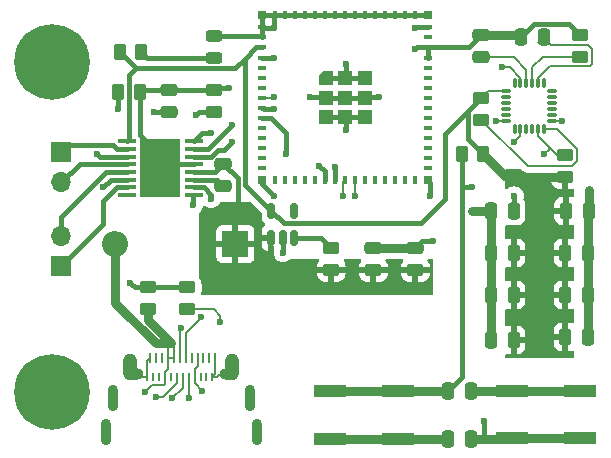
<source format=gbr>
%TF.GenerationSoftware,KiCad,Pcbnew,8.0.3*%
%TF.CreationDate,2024-07-09T21:28:30-04:00*%
%TF.ProjectId,PCB,5043422e-6b69-4636-9164-5f7063625858,rev?*%
%TF.SameCoordinates,Original*%
%TF.FileFunction,Copper,L1,Top*%
%TF.FilePolarity,Positive*%
%FSLAX46Y46*%
G04 Gerber Fmt 4.6, Leading zero omitted, Abs format (unit mm)*
G04 Created by KiCad (PCBNEW 8.0.3) date 2024-07-09 21:28:30*
%MOMM*%
%LPD*%
G01*
G04 APERTURE LIST*
G04 Aperture macros list*
%AMRoundRect*
0 Rectangle with rounded corners*
0 $1 Rounding radius*
0 $2 $3 $4 $5 $6 $7 $8 $9 X,Y pos of 4 corners*
0 Add a 4 corners polygon primitive as box body*
4,1,4,$2,$3,$4,$5,$6,$7,$8,$9,$2,$3,0*
0 Add four circle primitives for the rounded corners*
1,1,$1+$1,$2,$3*
1,1,$1+$1,$4,$5*
1,1,$1+$1,$6,$7*
1,1,$1+$1,$8,$9*
0 Add four rect primitives between the rounded corners*
20,1,$1+$1,$2,$3,$4,$5,0*
20,1,$1+$1,$4,$5,$6,$7,0*
20,1,$1+$1,$6,$7,$8,$9,0*
20,1,$1+$1,$8,$9,$2,$3,0*%
%AMOutline5P*
0 Free polygon, 5 corners , with rotation*
0 The origin of the aperture is its center*
0 number of corners: always 5*
0 $1 to $10 corner X, Y*
0 $11 Rotation angle, in degrees counterclockwise*
0 create outline with 5 corners*
4,1,5,$1,$2,$3,$4,$5,$6,$7,$8,$9,$10,$1,$2,$11*%
%AMOutline6P*
0 Free polygon, 6 corners , with rotation*
0 The origin of the aperture is its center*
0 number of corners: always 6*
0 $1 to $12 corner X, Y*
0 $13 Rotation angle, in degrees counterclockwise*
0 create outline with 6 corners*
4,1,6,$1,$2,$3,$4,$5,$6,$7,$8,$9,$10,$11,$12,$1,$2,$13*%
%AMOutline7P*
0 Free polygon, 7 corners , with rotation*
0 The origin of the aperture is its center*
0 number of corners: always 7*
0 $1 to $14 corner X, Y*
0 $15 Rotation angle, in degrees counterclockwise*
0 create outline with 7 corners*
4,1,7,$1,$2,$3,$4,$5,$6,$7,$8,$9,$10,$11,$12,$13,$14,$1,$2,$15*%
%AMOutline8P*
0 Free polygon, 8 corners , with rotation*
0 The origin of the aperture is its center*
0 number of corners: always 8*
0 $1 to $16 corner X, Y*
0 $17 Rotation angle, in degrees counterclockwise*
0 create outline with 8 corners*
4,1,8,$1,$2,$3,$4,$5,$6,$7,$8,$9,$10,$11,$12,$13,$14,$15,$16,$1,$2,$17*%
G04 Aperture macros list end*
%TA.AperFunction,ComponentPad*%
%ADD10O,1.610000X0.970000*%
%TD*%
%TA.AperFunction,ComponentPad*%
%ADD11O,1.200000X2.300000*%
%TD*%
%TA.AperFunction,SMDPad,CuDef*%
%ADD12R,0.270000X0.900000*%
%TD*%
%TA.AperFunction,SMDPad,CuDef*%
%ADD13R,0.270000X0.800000*%
%TD*%
%TA.AperFunction,ComponentPad*%
%ADD14O,0.850000X2.250000*%
%TD*%
%TA.AperFunction,ComponentPad*%
%ADD15C,6.400000*%
%TD*%
%TA.AperFunction,SMDPad,CuDef*%
%ADD16R,0.800000X0.400000*%
%TD*%
%TA.AperFunction,SMDPad,CuDef*%
%ADD17R,0.400000X0.800000*%
%TD*%
%TA.AperFunction,SMDPad,CuDef*%
%ADD18Outline5P,-0.600000X0.204000X-0.204000X0.600000X0.600000X0.600000X0.600000X-0.600000X-0.600000X-0.600000X0.000000*%
%TD*%
%TA.AperFunction,SMDPad,CuDef*%
%ADD19R,1.200000X1.200000*%
%TD*%
%TA.AperFunction,SMDPad,CuDef*%
%ADD20R,0.800000X0.800000*%
%TD*%
%TA.AperFunction,SMDPad,CuDef*%
%ADD21RoundRect,0.100000X-0.687500X-0.100000X0.687500X-0.100000X0.687500X0.100000X-0.687500X0.100000X0*%
%TD*%
%TA.AperFunction,HeatsinkPad*%
%ADD22C,0.600000*%
%TD*%
%TA.AperFunction,HeatsinkPad*%
%ADD23R,3.400000X5.000000*%
%TD*%
%TA.AperFunction,SMDPad,CuDef*%
%ADD24RoundRect,0.250000X-0.262500X-0.450000X0.262500X-0.450000X0.262500X0.450000X-0.262500X0.450000X0*%
%TD*%
%TA.AperFunction,SMDPad,CuDef*%
%ADD25RoundRect,0.075000X0.350000X0.075000X-0.350000X0.075000X-0.350000X-0.075000X0.350000X-0.075000X0*%
%TD*%
%TA.AperFunction,SMDPad,CuDef*%
%ADD26RoundRect,0.075000X-0.075000X0.350000X-0.075000X-0.350000X0.075000X-0.350000X0.075000X0.350000X0*%
%TD*%
%TA.AperFunction,SMDPad,CuDef*%
%ADD27RoundRect,0.243750X-0.456250X0.243750X-0.456250X-0.243750X0.456250X-0.243750X0.456250X0.243750X0*%
%TD*%
%TA.AperFunction,SMDPad,CuDef*%
%ADD28RoundRect,0.250000X0.450000X-0.262500X0.450000X0.262500X-0.450000X0.262500X-0.450000X-0.262500X0*%
%TD*%
%TA.AperFunction,SMDPad,CuDef*%
%ADD29RoundRect,0.250000X0.250000X0.475000X-0.250000X0.475000X-0.250000X-0.475000X0.250000X-0.475000X0*%
%TD*%
%TA.AperFunction,SMDPad,CuDef*%
%ADD30RoundRect,0.250000X0.475000X-0.250000X0.475000X0.250000X-0.475000X0.250000X-0.475000X-0.250000X0*%
%TD*%
%TA.AperFunction,SMDPad,CuDef*%
%ADD31RoundRect,0.250000X-0.250000X-0.475000X0.250000X-0.475000X0.250000X0.475000X-0.250000X0.475000X0*%
%TD*%
%TA.AperFunction,ComponentPad*%
%ADD32O,1.700000X1.700000*%
%TD*%
%TA.AperFunction,ComponentPad*%
%ADD33R,1.700000X1.700000*%
%TD*%
%TA.AperFunction,SMDPad,CuDef*%
%ADD34RoundRect,0.250000X-0.450000X0.262500X-0.450000X-0.262500X0.450000X-0.262500X0.450000X0.262500X0*%
%TD*%
%TA.AperFunction,SMDPad,CuDef*%
%ADD35RoundRect,0.150000X0.150000X-0.512500X0.150000X0.512500X-0.150000X0.512500X-0.150000X-0.512500X0*%
%TD*%
%TA.AperFunction,ComponentPad*%
%ADD36R,2.200000X2.200000*%
%TD*%
%TA.AperFunction,ComponentPad*%
%ADD37O,2.200000X2.200000*%
%TD*%
%TA.AperFunction,SMDPad,CuDef*%
%ADD38R,2.750000X1.000000*%
%TD*%
%TA.AperFunction,SMDPad,CuDef*%
%ADD39RoundRect,0.250000X-0.475000X0.250000X-0.475000X-0.250000X0.475000X-0.250000X0.475000X0.250000X0*%
%TD*%
%TA.AperFunction,SMDPad,CuDef*%
%ADD40RoundRect,0.250000X0.262500X0.450000X-0.262500X0.450000X-0.262500X-0.450000X0.262500X-0.450000X0*%
%TD*%
%TA.AperFunction,ViaPad*%
%ADD41C,0.600000*%
%TD*%
%TA.AperFunction,Conductor*%
%ADD42C,0.762000*%
%TD*%
%TA.AperFunction,Conductor*%
%ADD43C,0.184150*%
%TD*%
%TA.AperFunction,Conductor*%
%ADD44C,0.381000*%
%TD*%
G04 APERTURE END LIST*
D10*
%TO.P,J3,S1,SHIELD*%
%TO.N,GND*%
X61399000Y-77472000D03*
D11*
X61724000Y-76807000D03*
D10*
X53409000Y-77472000D03*
D11*
X53084000Y-76807000D03*
D12*
%TO.P,J3,A1,GND*%
X54779000Y-76107000D03*
%TO.P,J3,A2,TX1+*%
%TO.N,TX1+*%
X55279000Y-76107000D03*
%TO.P,J3,A3,TX1-*%
%TO.N,TX1-*%
X55779000Y-76107000D03*
%TO.P,J3,A4,VBUS*%
%TO.N,Net-(D1-A)*%
X56279000Y-76107000D03*
%TO.P,J3,A5,CC1*%
X56779000Y-76107000D03*
%TO.P,J3,A6,D+*%
%TO.N,D+*%
X57279000Y-76107000D03*
%TO.P,J3,A7,D-*%
%TO.N,D-*%
X57779000Y-76107000D03*
%TO.P,J3,A8,SBU1*%
%TO.N,SBU1*%
X58279000Y-76107000D03*
%TO.P,J3,A9,VBUS*%
%TO.N,Net-(D1-A)*%
X58779000Y-76107000D03*
%TO.P,J3,A10,RX2-*%
%TO.N,RX2-*%
X59279000Y-76107000D03*
%TO.P,J3,A11,RX2+*%
%TO.N,RX2+*%
X59779000Y-76107000D03*
%TO.P,J3,A12,GND*%
%TO.N,GND*%
X60279000Y-76107000D03*
D13*
%TO.P,J3,B1,GND*%
X60029000Y-77707000D03*
%TO.P,J3,B2,TX2+*%
%TO.N,TX2+*%
X59529000Y-77707000D03*
%TO.P,J3,B3,TX2-*%
%TO.N,TX2-*%
X59029000Y-77707000D03*
%TO.P,J3,B4,VBUS*%
%TO.N,Net-(D1-A)*%
X58529000Y-77707000D03*
%TO.P,J3,B5,CC2*%
%TO.N,Net-(J3-CC2)*%
X58029000Y-77707000D03*
%TO.P,J3,B6,D+*%
%TO.N,D+*%
X57529000Y-77707000D03*
%TO.P,J3,B7,D-*%
%TO.N,D-*%
X57029000Y-77707000D03*
%TO.P,J3,B8,SBU2*%
%TO.N,SBU2*%
X56529000Y-77707000D03*
%TO.P,J3,B9,VBUS*%
%TO.N,Net-(D1-A)*%
X56029000Y-77707000D03*
%TO.P,J3,B10,RX1-*%
%TO.N,RX1-*%
X55529000Y-77707000D03*
%TO.P,J3,B11,RX1+*%
%TO.N,RX1+*%
X55029000Y-77707000D03*
%TO.P,J3,B12,GND*%
%TO.N,GND*%
X54529000Y-77707000D03*
D14*
%TO.P,J3,S1,SHIELD*%
X50984000Y-82347000D03*
X51584000Y-79447000D03*
X63224000Y-79447000D03*
X63824000Y-82347000D03*
%TD*%
D15*
%TO.P,REF\u002A\u002A,1*%
%TO.N,GND*%
X46482000Y-51054000D03*
%TD*%
%TO.P,GND,1*%
%TO.N,GND*%
X46482000Y-78994000D03*
%TD*%
D16*
%TO.P,U3,1,GND*%
%TO.N,GND*%
X64262000Y-48093000D03*
%TO.P,U3,2,GND*%
X64262000Y-48943000D03*
%TO.P,U3,3,3V3*%
%TO.N,+3.3V*%
X64262000Y-49793000D03*
%TO.P,U3,4,IO0*%
%TO.N,BOOT0*%
X64262000Y-50643000D03*
%TO.P,U3,5,IO1*%
%TO.N,IO1*%
X64262000Y-51493000D03*
%TO.P,U3,6,IO2*%
%TO.N,IO2*%
X64262000Y-52343000D03*
%TO.P,U3,7,IO3*%
%TO.N,IO3*%
X64262000Y-53193000D03*
%TO.P,U3,8,IO4*%
%TO.N,SCL*%
X64262000Y-54043000D03*
%TO.P,U3,9,IO5*%
%TO.N,AIN2*%
X64262000Y-54893000D03*
%TO.P,U3,10,IO6*%
%TO.N,BIN2*%
X64262000Y-55743000D03*
%TO.P,U3,11,IO7*%
%TO.N,IO7*%
X64262000Y-56593000D03*
%TO.P,U3,12,IO8*%
%TO.N,IO8*%
X64262000Y-57443000D03*
%TO.P,U3,13,IO9*%
%TO.N,IO9*%
X64262000Y-58293000D03*
%TO.P,U3,14,IO10*%
%TO.N,IO10*%
X64262000Y-59143000D03*
%TO.P,U3,15,IO11*%
%TO.N,IO11*%
X64262000Y-59993000D03*
D17*
%TO.P,U3,16,IO12*%
%TO.N,IO12*%
X65312000Y-61043000D03*
%TO.P,U3,17,IO13*%
%TO.N,IO13*%
X66162000Y-61043000D03*
%TO.P,U3,18,IO14*%
%TO.N,IO14*%
X67012000Y-61043000D03*
%TO.P,U3,19,IO15*%
%TO.N,IO15*%
X67862000Y-61043000D03*
%TO.P,U3,20,IO16*%
%TO.N,IO16*%
X68712000Y-61043000D03*
%TO.P,U3,21,IO17*%
%TO.N,BIN1*%
X69562000Y-61043000D03*
%TO.P,U3,22,IO18*%
%TO.N,AIN1*%
X70412000Y-61043000D03*
%TO.P,U3,23,IO19*%
%TO.N,D-*%
X71262000Y-61043000D03*
%TO.P,U3,24,IO20*%
%TO.N,D+*%
X72112000Y-61043000D03*
%TO.P,U3,25,IO21*%
%TO.N,IO21*%
X72962000Y-61043000D03*
%TO.P,U3,26,IO26*%
%TO.N,IO26*%
X73812000Y-61043000D03*
%TO.P,U3,27,IO47*%
%TO.N,IO47*%
X74662000Y-61043000D03*
%TO.P,U3,28,IO33*%
%TO.N,IO33*%
X75512000Y-61043000D03*
%TO.P,U3,29,IO34*%
%TO.N,IO34*%
X76362000Y-61043000D03*
%TO.P,U3,30,IO48*%
%TO.N,IO48*%
X77212000Y-61043000D03*
D16*
%TO.P,U3,31,IO35*%
%TO.N,IO35*%
X78262000Y-59993000D03*
%TO.P,U3,32,IO36*%
%TO.N,IO36*%
X78262000Y-59143000D03*
%TO.P,U3,33,IO37*%
%TO.N,IO37*%
X78262000Y-58293000D03*
%TO.P,U3,34,IO38*%
%TO.N,IO38*%
X78262000Y-57443000D03*
%TO.P,U3,35,IO39*%
%TO.N,IO39*%
X78262000Y-56593000D03*
%TO.P,U3,36,IO40*%
%TO.N,IO40*%
X78262000Y-55743000D03*
%TO.P,U3,37,IO41*%
%TO.N,IO41*%
X78262000Y-54893000D03*
%TO.P,U3,38,IO42*%
%TO.N,IO42*%
X78262000Y-54043000D03*
%TO.P,U3,39,TXD0*%
%TO.N,TXD0*%
X78262000Y-53193000D03*
%TO.P,U3,40,RXD0*%
%TO.N,RXD0*%
X78262000Y-52343000D03*
%TO.P,U3,41,IO45*%
%TO.N,IO45*%
X78262000Y-51493000D03*
%TO.P,U3,42,GND*%
%TO.N,GND*%
X78262000Y-50643000D03*
%TO.P,U3,43,GND*%
X78262000Y-49793000D03*
%TO.P,U3,44,IO46*%
%TO.N,IO46*%
X78262000Y-48943000D03*
%TO.P,U3,45,EN*%
%TO.N,RESET*%
X78262000Y-48093000D03*
D17*
%TO.P,U3,46,GND*%
%TO.N,GND*%
X77212000Y-47043000D03*
%TO.P,U3,47,GND*%
X76362000Y-47043000D03*
%TO.P,U3,48,GND*%
X75512000Y-47043000D03*
%TO.P,U3,49,GND*%
X74662000Y-47043000D03*
%TO.P,U3,50,GND*%
X73812000Y-47043000D03*
%TO.P,U3,51,GND*%
X72962000Y-47043000D03*
%TO.P,U3,52,GND*%
X72112000Y-47043000D03*
%TO.P,U3,53,GND*%
X71262000Y-47043000D03*
%TO.P,U3,54,GND*%
X70412000Y-47043000D03*
%TO.P,U3,55,GND*%
X69562000Y-47043000D03*
%TO.P,U3,56,GND*%
X68712000Y-47043000D03*
%TO.P,U3,57,GND*%
X67862000Y-47043000D03*
%TO.P,U3,58,GND*%
X67012000Y-47043000D03*
%TO.P,U3,59,GND*%
X66162000Y-47043000D03*
%TO.P,U3,60,GND*%
X65312000Y-47043000D03*
D18*
%TO.P,U3,61,GND*%
X69612000Y-52393000D03*
D19*
X69612000Y-54043000D03*
X69612000Y-55693000D03*
X71262000Y-52393000D03*
X71262000Y-54043000D03*
X71262000Y-55693000D03*
X72912000Y-52393000D03*
X72912000Y-54043000D03*
X72912000Y-55693000D03*
D20*
%TO.P,U3,62,GND*%
X64262000Y-47043000D03*
%TO.P,U3,63,GND*%
X64262000Y-61043000D03*
%TO.P,U3,64,GND*%
X78262000Y-61043000D03*
%TO.P,U3,65,GND*%
X78262000Y-47043000D03*
%TD*%
D21*
%TO.P,U2,1,~{SLEEP}*%
%TO.N,+3.3V*%
X52763500Y-57724000D03*
%TO.P,U2,2,AOUT1*%
%TO.N,Net-(J1-Pin_1)*%
X52763500Y-58374000D03*
%TO.P,U2,3,AISEN*%
%TO.N,Net-(U2-AISEN)*%
X52763500Y-59024000D03*
%TO.P,U2,4,AOUT2*%
%TO.N,Net-(J1-Pin_2)*%
X52763500Y-59674000D03*
%TO.P,U2,5,BOUT2*%
%TO.N,Net-(J2-Pin_2)*%
X52763500Y-60324000D03*
%TO.P,U2,6,BISEN*%
%TO.N,Net-(U2-BISEN)*%
X52763500Y-60974000D03*
%TO.P,U2,7,BOUT1*%
%TO.N,Net-(J2-Pin_1)*%
X52763500Y-61624000D03*
%TO.P,U2,8,~{FAULT}*%
%TO.N,FAULT*%
X52763500Y-62274000D03*
%TO.P,U2,9,BIN1*%
%TO.N,BIN1*%
X58488500Y-62274000D03*
%TO.P,U2,10,BIN2*%
%TO.N,BIN2*%
X58488500Y-61624000D03*
%TO.P,U2,11,VCP*%
%TO.N,Net-(U2-VCP)*%
X58488500Y-60974000D03*
%TO.P,U2,12,VM*%
%TO.N,+5V*%
X58488500Y-60324000D03*
%TO.P,U2,13,GND*%
%TO.N,GND*%
X58488500Y-59674000D03*
%TO.P,U2,14,VINT*%
%TO.N,Net-(U2-VINT)*%
X58488500Y-59024000D03*
%TO.P,U2,15,AIN2*%
%TO.N,AIN2*%
X58488500Y-58374000D03*
%TO.P,U2,16,AIN1*%
%TO.N,AIN1*%
X58488500Y-57724000D03*
D22*
%TO.P,U2,17,GND*%
%TO.N,GND*%
X54876000Y-58499000D03*
X54876000Y-59999000D03*
X54876000Y-61499000D03*
D23*
X55626000Y-59999000D03*
D22*
X56376000Y-58499000D03*
X56376000Y-59999000D03*
X56376000Y-61499000D03*
%TD*%
D24*
%TO.P,R10,1*%
%TO.N,+3.3V*%
X52173500Y-50165000D03*
%TO.P,R10,2*%
%TO.N,Net-(D2-A)*%
X53998500Y-50165000D03*
%TD*%
D25*
%TO.P,U1,1,CLKIN*%
%TO.N,GND*%
X88818000Y-55987000D03*
%TO.P,U1,2,NC*%
%TO.N,unconnected-(U1-NC-Pad2)*%
X88818000Y-55487000D03*
%TO.P,U1,3,NC*%
%TO.N,unconnected-(U1-NC-Pad3)*%
X88818000Y-54987000D03*
%TO.P,U1,4,NC*%
%TO.N,unconnected-(U1-NC-Pad4)*%
X88818000Y-54487000D03*
%TO.P,U1,5,NC*%
%TO.N,unconnected-(U1-NC-Pad5)*%
X88818000Y-53987000D03*
%TO.P,U1,6,AUX_DA*%
%TO.N,XDA*%
X88818000Y-53487000D03*
D26*
%TO.P,U1,7,AUX_CL*%
%TO.N,XCL*%
X88118000Y-52787000D03*
%TO.P,U1,8,VLOGIC*%
%TO.N,Net-(U1-VLOGIC)*%
X87618000Y-52787000D03*
%TO.P,U1,9,AD0*%
%TO.N,Net-(U1-AD0)*%
X87118000Y-52787000D03*
%TO.P,U1,10,REGOUT*%
%TO.N,Net-(U1-REGOUT)*%
X86618000Y-52787000D03*
%TO.P,U1,11,FSYNC*%
%TO.N,GND*%
X86118000Y-52787000D03*
%TO.P,U1,12,INT*%
%TO.N,INT*%
X85618000Y-52787000D03*
D25*
%TO.P,U1,13,VDD*%
%TO.N,+3.3V*%
X84918000Y-53487000D03*
%TO.P,U1,14,NC*%
%TO.N,unconnected-(U1-NC-Pad14)*%
X84918000Y-53987000D03*
%TO.P,U1,15,NC*%
%TO.N,unconnected-(U1-NC-Pad15)*%
X84918000Y-54487000D03*
%TO.P,U1,16,NC*%
%TO.N,unconnected-(U1-NC-Pad16)*%
X84918000Y-54987000D03*
%TO.P,U1,17,NC*%
%TO.N,unconnected-(U1-NC-Pad17)*%
X84918000Y-55487000D03*
%TO.P,U1,18,GND*%
%TO.N,GND*%
X84918000Y-55987000D03*
D26*
%TO.P,U1,19,RESV*%
%TO.N,unconnected-(U1-RESV-Pad19)*%
X85618000Y-56687000D03*
%TO.P,U1,20,CPOUT*%
%TO.N,Net-(U1-CPOUT)*%
X86118000Y-56687000D03*
%TO.P,U1,21,RESV*%
%TO.N,unconnected-(U1-RESV-Pad21)*%
X86618000Y-56687000D03*
%TO.P,U1,22,RESV*%
%TO.N,unconnected-(U1-RESV-Pad22)*%
X87118000Y-56687000D03*
%TO.P,U1,23,SCL*%
%TO.N,SCL*%
X87618000Y-56687000D03*
%TO.P,U1,24,SDA*%
%TO.N,SDA*%
X88118000Y-56687000D03*
%TD*%
D27*
%TO.P,D2,1,K*%
%TO.N,GND*%
X60198000Y-48798000D03*
%TO.P,D2,2,A*%
%TO.N,Net-(D2-A)*%
X60198000Y-50673000D03*
%TD*%
D28*
%TO.P,R8,1*%
%TO.N,Net-(D1-A)*%
X54610000Y-71937500D03*
%TO.P,R8,2*%
%TO.N,GND*%
X54610000Y-70112500D03*
%TD*%
%TO.P,R7,1*%
%TO.N,Net-(J3-CC2)*%
X57912000Y-71937500D03*
%TO.P,R7,2*%
%TO.N,GND*%
X57912000Y-70112500D03*
%TD*%
D29*
%TO.P,C10,1*%
%TO.N,+3.3V*%
X85532000Y-74549000D03*
%TO.P,C10,2*%
%TO.N,GND*%
X83632000Y-74549000D03*
%TD*%
D30*
%TO.P,C2,1*%
%TO.N,Net-(U1-REGOUT)*%
X82804000Y-50607000D03*
%TO.P,C2,2*%
%TO.N,GND*%
X82804000Y-48707000D03*
%TD*%
D31*
%TO.P,C4,1*%
%TO.N,+3.3V*%
X89916000Y-74295000D03*
%TO.P,C4,2*%
%TO.N,GND*%
X91816000Y-74295000D03*
%TD*%
D28*
%TO.P,R3,1*%
%TO.N,Net-(U1-AD0)*%
X91186000Y-50569500D03*
%TO.P,R3,2*%
%TO.N,GND*%
X91186000Y-48744500D03*
%TD*%
D30*
%TO.P,C8,1*%
%TO.N,+5V*%
X73660000Y-68641000D03*
%TO.P,C8,2*%
%TO.N,GND*%
X73660000Y-66741000D03*
%TD*%
D31*
%TO.P,C13,1*%
%TO.N,+3.3V*%
X89982000Y-63627000D03*
%TO.P,C13,2*%
%TO.N,GND*%
X91882000Y-63627000D03*
%TD*%
D30*
%TO.P,C9,2*%
%TO.N,GND*%
X77216000Y-66741000D03*
%TO.P,C9,1*%
%TO.N,+5V*%
X77216000Y-68641000D03*
%TD*%
D31*
%TO.P,C14,1*%
%TO.N,+3.3V*%
X89916000Y-67183000D03*
%TO.P,C14,2*%
%TO.N,GND*%
X91816000Y-67183000D03*
%TD*%
D32*
%TO.P,J2,2,Pin_2*%
%TO.N,Net-(J2-Pin_2)*%
X47244000Y-65774000D03*
D33*
%TO.P,J2,1,Pin_1*%
%TO.N,Net-(J2-Pin_1)*%
X47244000Y-68314000D03*
%TD*%
D28*
%TO.P,R1,1*%
%TO.N,+3.3V*%
X89916000Y-60729500D03*
%TO.P,R1,2*%
%TO.N,SCL*%
X89916000Y-58904500D03*
%TD*%
D32*
%TO.P,J1,2,Pin_2*%
%TO.N,Net-(J1-Pin_2)*%
X47244000Y-61217000D03*
D33*
%TO.P,J1,1,Pin_1*%
%TO.N,Net-(J1-Pin_1)*%
X47244000Y-58677000D03*
%TD*%
D29*
%TO.P,C1,1*%
%TO.N,Net-(U1-VLOGIC)*%
X88072000Y-48895000D03*
%TO.P,C1,2*%
%TO.N,GND*%
X86172000Y-48895000D03*
%TD*%
%TO.P,C16,1*%
%TO.N,BOOT0*%
X81890000Y-82899000D03*
%TO.P,C16,2*%
%TO.N,GND*%
X79990000Y-82899000D03*
%TD*%
D34*
%TO.P,R2,1*%
%TO.N,+3.3V*%
X82804000Y-54078500D03*
%TO.P,R2,2*%
%TO.N,SDA*%
X82804000Y-55903500D03*
%TD*%
D35*
%TO.P,U4,1,VIN*%
%TO.N,+5V*%
X65024000Y-65913000D03*
%TO.P,U4,2,GND*%
%TO.N,GND*%
X65974000Y-65913000D03*
%TO.P,U4,3,EN*%
%TO.N,Net-(U4-EN)*%
X66924000Y-65913000D03*
%TO.P,U4,4,NC*%
%TO.N,unconnected-(U4-NC-Pad4)*%
X66924000Y-63638000D03*
%TO.P,U4,5,VOUT*%
%TO.N,+3.3V*%
X65024000Y-63638000D03*
%TD*%
D31*
%TO.P,C7,1*%
%TO.N,RESET*%
X79990000Y-78835000D03*
%TO.P,C7,2*%
%TO.N,GND*%
X81890000Y-78835000D03*
%TD*%
D36*
%TO.P,D1,1,K*%
%TO.N,+5V*%
X61976000Y-66421000D03*
D37*
%TO.P,D1,2,A*%
%TO.N,Net-(D1-A)*%
X51816000Y-66421000D03*
%TD*%
D24*
%TO.P,R5,1*%
%TO.N,Net-(U2-BISEN)*%
X52070000Y-53577000D03*
%TO.P,R5,2*%
%TO.N,GND*%
X53895000Y-53577000D03*
%TD*%
D38*
%TO.P,RESET,1,1*%
%TO.N,RESET*%
X70018000Y-78899000D03*
X75778000Y-78899000D03*
%TO.P,RESET,2,2*%
%TO.N,GND*%
X70018000Y-82899000D03*
X75778000Y-82899000D03*
%TD*%
D39*
%TO.P,C6,1*%
%TO.N,GND*%
X56388000Y-53389000D03*
%TO.P,C6,2*%
%TO.N,Net-(U2-VINT)*%
X56388000Y-55289000D03*
%TD*%
D40*
%TO.P,R6,1*%
%TO.N,+3.3V*%
X82954500Y-58801000D03*
%TO.P,R6,2*%
%TO.N,RESET*%
X81129500Y-58801000D03*
%TD*%
D39*
%TO.P,C5,1*%
%TO.N,+5V*%
X60960000Y-59629000D03*
%TO.P,C5,2*%
%TO.N,Net-(U2-VCP)*%
X60960000Y-61529000D03*
%TD*%
D34*
%TO.P,R9,1*%
%TO.N,Net-(U4-EN)*%
X70104000Y-66778500D03*
%TO.P,R9,2*%
%TO.N,+5V*%
X70104000Y-68603500D03*
%TD*%
D29*
%TO.P,C12,1*%
%TO.N,+3.3V*%
X85532000Y-67183000D03*
%TO.P,C12,2*%
%TO.N,GND*%
X83632000Y-67183000D03*
%TD*%
D28*
%TO.P,R4,1*%
%TO.N,Net-(U2-AISEN)*%
X60198000Y-55251500D03*
%TO.P,R4,2*%
%TO.N,GND*%
X60198000Y-53426500D03*
%TD*%
D29*
%TO.P,C3,1*%
%TO.N,Net-(U1-CPOUT)*%
X85532000Y-63627000D03*
%TO.P,C3,2*%
%TO.N,GND*%
X83632000Y-63627000D03*
%TD*%
D38*
%TO.P,BOOT,2,2*%
%TO.N,BOOT0*%
X91186000Y-82867000D03*
X85426000Y-82867000D03*
%TO.P,BOOT,1,1*%
%TO.N,GND*%
X91186000Y-78867000D03*
X85426000Y-78867000D03*
%TD*%
D31*
%TO.P,C15,1*%
%TO.N,+3.3V*%
X89916000Y-70739000D03*
%TO.P,C15,2*%
%TO.N,GND*%
X91816000Y-70739000D03*
%TD*%
D29*
%TO.P,C11,1*%
%TO.N,+3.3V*%
X85532000Y-70739000D03*
%TO.P,C11,2*%
%TO.N,GND*%
X83632000Y-70739000D03*
%TD*%
D41*
%TO.N,Net-(J3-CC2)*%
X60706000Y-73025000D03*
%TO.N,Net-(D1-A)*%
X59182000Y-78867000D03*
X54356000Y-78994000D03*
%TO.N,D-*%
X55245000Y-79375000D03*
%TO.N,D+*%
X56642000Y-79502000D03*
%TO.N,Net-(J3-CC2)*%
X58039000Y-79502000D03*
%TO.N,GND*%
X66040000Y-67183000D03*
%TO.N,BIN2*%
X66294000Y-58801000D03*
%TO.N,RESET*%
X82042000Y-61595000D03*
X77216000Y-48133000D03*
%TO.N,Net-(U2-BISEN)*%
X52070000Y-54991000D03*
%TO.N,Net-(U2-AISEN)*%
X58674000Y-55499000D03*
X50292000Y-58801000D03*
%TO.N,Net-(U2-BISEN)*%
X50800000Y-61595000D03*
%TO.N,BIN2*%
X59944000Y-62611000D03*
%TO.N,Net-(U2-VINT)*%
X55118000Y-55245000D03*
X61722000Y-57785000D03*
%TO.N,AIN2*%
X61722000Y-56332500D03*
%TO.N,GND*%
X65278000Y-62357000D03*
%TO.N,AIN2*%
X65278000Y-54991000D03*
%TO.N,AIN1*%
X59944000Y-57023000D03*
%TO.N,BIN1*%
X58420000Y-63119000D03*
%TO.N,AIN1*%
X70394082Y-59928403D03*
%TO.N,BIN1*%
X69088000Y-59817000D03*
%TO.N,GND*%
X78486000Y-62357000D03*
%TO.N,BOOT0*%
X65278000Y-50673000D03*
X83058000Y-81407000D03*
%TO.N,SCL*%
X65278000Y-53975000D03*
X88138000Y-58801000D03*
%TO.N,D+*%
X72136000Y-62357000D03*
%TO.N,D-*%
X71120000Y-62357000D03*
%TO.N,D+*%
X57403839Y-73532839D03*
%TO.N,D-*%
X59055000Y-72644000D03*
%TO.N,Net-(U1-CPOUT)*%
X85598000Y-62357000D03*
X85598000Y-57785000D03*
%TO.N,GND*%
X84582000Y-51435000D03*
X78740000Y-66167000D03*
X53086000Y-69755000D03*
X61468000Y-53213000D03*
X89662000Y-56007000D03*
X84074000Y-56007000D03*
X72898000Y-82931000D03*
X88392000Y-78867000D03*
X77216000Y-49911000D03*
X65278000Y-48133000D03*
X71374000Y-56769000D03*
X74168000Y-53975000D03*
X68326000Y-53975000D03*
X71374000Y-51181000D03*
X91948000Y-61849000D03*
X82042000Y-63627000D03*
%TD*%
D42*
%TO.N,Net-(D1-A)*%
X54610000Y-72900000D02*
X56548000Y-74838000D01*
X54610000Y-71937500D02*
X54610000Y-72900000D01*
D43*
X56548000Y-74838000D02*
X56779000Y-75069000D01*
X56279000Y-75107000D02*
X56279000Y-76107000D01*
D42*
X51816000Y-71406000D02*
X51816000Y-66421000D01*
X55248000Y-74838000D02*
X51816000Y-71406000D01*
D43*
X56548000Y-74838000D02*
X56279000Y-75107000D01*
D42*
X56548000Y-74838000D02*
X55248000Y-74838000D01*
D43*
X56779000Y-75069000D02*
X56779000Y-76107000D01*
X56279000Y-76107000D02*
X56779000Y-76107000D01*
%TO.N,GND*%
X60435000Y-77707000D02*
X60670000Y-77472000D01*
X60670000Y-77472000D02*
X61399000Y-77472000D01*
X60029000Y-77707000D02*
X60435000Y-77707000D01*
%TO.N,Net-(J3-CC2)*%
X58039000Y-79502000D02*
X58029000Y-79492000D01*
X58029000Y-79492000D02*
X58029000Y-77707000D01*
%TO.N,D+*%
X57529000Y-78615000D02*
X57529000Y-77707000D01*
X56642000Y-79502000D02*
X57529000Y-78615000D01*
%TO.N,D-*%
X55880000Y-79375000D02*
X57029000Y-78226000D01*
X55245000Y-79375000D02*
X55880000Y-79375000D01*
X57029000Y-78226000D02*
X57029000Y-77707000D01*
%TO.N,Net-(D1-A)*%
X56029000Y-78326150D02*
X56029000Y-77707000D01*
X54950925Y-78399075D02*
X55956075Y-78399075D01*
X54356000Y-78994000D02*
X54950925Y-78399075D01*
X55956075Y-78399075D02*
X56029000Y-78326150D01*
%TO.N,D-*%
X57779000Y-73995000D02*
X57779000Y-76107000D01*
X59055000Y-72719000D02*
X57779000Y-73995000D01*
X59055000Y-72644000D02*
X59055000Y-72719000D01*
%TO.N,Net-(J3-CC2)*%
X60126500Y-71937500D02*
X57912000Y-71937500D01*
X60706000Y-73025000D02*
X60706000Y-72517000D01*
X60706000Y-72517000D02*
X60126500Y-71937500D01*
%TO.N,Net-(D1-A)*%
X58529000Y-78214000D02*
X58529000Y-77707000D01*
X59182000Y-78867000D02*
X58529000Y-78214000D01*
%TO.N,D+*%
X57279000Y-73657678D02*
X57403839Y-73532839D01*
X57279000Y-76107000D02*
X57279000Y-73657678D01*
%TO.N,GND*%
X60279000Y-77457000D02*
X60029000Y-77707000D01*
X60279000Y-76107000D02*
X60279000Y-77457000D01*
%TO.N,Net-(D1-A)*%
X58779000Y-76776150D02*
X58779000Y-76107000D01*
X58529000Y-77026150D02*
X58779000Y-76776150D01*
X58529000Y-77707000D02*
X58529000Y-77026150D01*
X56279000Y-76988000D02*
X56279000Y-76107000D01*
X56029000Y-77707000D02*
X56029000Y-77238000D01*
X56029000Y-77238000D02*
X56279000Y-76988000D01*
%TO.N,GND*%
X54529000Y-76357000D02*
X54529000Y-77707000D01*
X54779000Y-76107000D02*
X54529000Y-76357000D01*
X54529000Y-77707000D02*
X53644000Y-77707000D01*
X53644000Y-77707000D02*
X53409000Y-77472000D01*
D44*
%TO.N,AIN1*%
X70412000Y-59946321D02*
X70412000Y-61043000D01*
X70394082Y-59928403D02*
X70412000Y-59946321D01*
%TO.N,BIN1*%
X69088000Y-59817000D02*
X69562000Y-60291000D01*
X69562000Y-60291000D02*
X69562000Y-61043000D01*
%TO.N,+5V*%
X62213500Y-60882500D02*
X60960000Y-59629000D01*
X62213500Y-63102500D02*
X62213500Y-60882500D01*
X62230000Y-63119000D02*
X62213500Y-63102500D01*
X61976000Y-66421000D02*
X62075500Y-66321500D01*
%TO.N,GND*%
X53895000Y-57164447D02*
X53895000Y-53577000D01*
X54876000Y-58145447D02*
X53895000Y-57164447D01*
X54876000Y-58499000D02*
X54876000Y-58145447D01*
X60160500Y-53389000D02*
X60198000Y-53426500D01*
X56388000Y-53389000D02*
X60160500Y-53389000D01*
X60411500Y-53213000D02*
X60198000Y-53426500D01*
X61468000Y-53213000D02*
X60411500Y-53213000D01*
X54083000Y-53389000D02*
X56388000Y-53389000D01*
X53895000Y-53577000D02*
X54083000Y-53389000D01*
X66040000Y-65979000D02*
X65974000Y-65913000D01*
X66040000Y-67183000D02*
X66040000Y-65979000D01*
D42*
%TO.N,+5V*%
X61976000Y-66421000D02*
X62484000Y-65913000D01*
D44*
%TO.N,BIN2*%
X66294000Y-57023000D02*
X66294000Y-58801000D01*
X65014000Y-55743000D02*
X66294000Y-57023000D01*
X64262000Y-55743000D02*
X65014000Y-55743000D01*
%TO.N,Net-(U2-VINT)*%
X59927268Y-59024000D02*
X58488500Y-59024000D01*
X61031500Y-58475500D02*
X60475768Y-58475500D01*
X61722000Y-57785000D02*
X61031500Y-58475500D01*
X60475768Y-58475500D02*
X59927268Y-59024000D01*
%TO.N,AIN2*%
X59680500Y-58374000D02*
X58488500Y-58374000D01*
X61722000Y-56332500D02*
X59680500Y-58374000D01*
%TO.N,+3.3V*%
X79756000Y-57126500D02*
X81713500Y-55169000D01*
X79756000Y-62611000D02*
X79756000Y-57126500D01*
X77676000Y-64691000D02*
X79756000Y-62611000D01*
X66077000Y-64691000D02*
X77676000Y-64691000D01*
X65024000Y-63638000D02*
X66077000Y-64691000D01*
%TO.N,Net-(U2-BISEN)*%
X52070000Y-54991000D02*
X52070000Y-53577000D01*
%TO.N,Net-(U2-VINT)*%
X55162000Y-55289000D02*
X55118000Y-55245000D01*
X56388000Y-55289000D02*
X55162000Y-55289000D01*
%TO.N,Net-(U2-AISEN)*%
X58921500Y-55251500D02*
X58674000Y-55499000D01*
X60198000Y-55251500D02*
X58921500Y-55251500D01*
%TO.N,AIN2*%
X65278000Y-54991000D02*
X64360000Y-54991000D01*
X64360000Y-54991000D02*
X64262000Y-54893000D01*
%TO.N,BIN2*%
X59322444Y-61624000D02*
X58488500Y-61624000D01*
X59944000Y-62611000D02*
X59944000Y-62245556D01*
X59944000Y-62245556D02*
X59322444Y-61624000D01*
%TO.N,Net-(U2-BISEN)*%
X51421000Y-60974000D02*
X50800000Y-61595000D01*
X52763500Y-60974000D02*
X51421000Y-60974000D01*
%TO.N,Net-(U2-AISEN)*%
X50515000Y-59024000D02*
X50292000Y-58801000D01*
X52763500Y-59024000D02*
X50515000Y-59024000D01*
%TO.N,RESET*%
X78262000Y-48093000D02*
X77256000Y-48093000D01*
X77256000Y-48093000D02*
X77216000Y-48133000D01*
X82042000Y-61595000D02*
X81129500Y-61595000D01*
X81129500Y-61595000D02*
X81129500Y-77695500D01*
X81129500Y-58801000D02*
X81129500Y-61595000D01*
%TO.N,Net-(J1-Pin_1)*%
X51594556Y-58039000D02*
X47882000Y-58039000D01*
X47882000Y-58039000D02*
X47244000Y-58677000D01*
X51929556Y-58374000D02*
X51594556Y-58039000D01*
X52763500Y-58374000D02*
X51929556Y-58374000D01*
%TO.N,AIN1*%
X59944000Y-57023000D02*
X59189500Y-57023000D01*
X59189500Y-57023000D02*
X58488500Y-57724000D01*
%TO.N,BIN1*%
X58420000Y-62342500D02*
X58488500Y-62274000D01*
X58420000Y-63119000D02*
X58420000Y-62342500D01*
%TO.N,GND*%
X78486000Y-61267000D02*
X78262000Y-61043000D01*
X78486000Y-62357000D02*
X78486000Y-61267000D01*
%TO.N,BOOT0*%
X65248000Y-50643000D02*
X65278000Y-50673000D01*
X64262000Y-50643000D02*
X65248000Y-50643000D01*
X83058000Y-82645000D02*
X83312000Y-82899000D01*
X83058000Y-81407000D02*
X83058000Y-82645000D01*
D42*
X83312000Y-82899000D02*
X85394000Y-82899000D01*
X81890000Y-82899000D02*
X83312000Y-82899000D01*
D43*
%TO.N,SCL*%
X65210000Y-54043000D02*
X65278000Y-53975000D01*
X64262000Y-54043000D02*
X65210000Y-54043000D01*
X88138000Y-58801000D02*
X88498250Y-58440750D01*
X88498250Y-58186750D02*
X87618000Y-57306500D01*
X88498250Y-58440750D02*
X88498250Y-58186750D01*
X89216000Y-58904500D02*
X88498250Y-58186750D01*
%TO.N,D+*%
X72136000Y-61067000D02*
X72112000Y-61043000D01*
X72136000Y-62357000D02*
X72136000Y-61067000D01*
%TO.N,D-*%
X71120000Y-61185000D02*
X71262000Y-61043000D01*
X71120000Y-62357000D02*
X71120000Y-61185000D01*
D44*
%TO.N,Net-(U1-CPOUT)*%
X85532000Y-62423000D02*
X85598000Y-62357000D01*
X85532000Y-63627000D02*
X85532000Y-62423000D01*
D43*
X86118000Y-57265000D02*
X86118000Y-56687000D01*
X85598000Y-57785000D02*
X86118000Y-57265000D01*
%TO.N,GND*%
X86118000Y-52340800D02*
X86118000Y-52787000D01*
X85212200Y-51435000D02*
X86118000Y-52340800D01*
X84582000Y-51435000D02*
X85212200Y-51435000D01*
%TO.N,Net-(U1-REGOUT)*%
X85532000Y-50607000D02*
X82804000Y-50607000D01*
X86618000Y-51693000D02*
X85532000Y-50607000D01*
X86618000Y-52787000D02*
X86618000Y-51693000D01*
D44*
%TO.N,+3.3V*%
X81713500Y-57560000D02*
X81713500Y-55169000D01*
X81713500Y-55169000D02*
X82804000Y-54078500D01*
X82954500Y-58801000D02*
X81713500Y-57560000D01*
%TO.N,GND*%
X77790000Y-66167000D02*
X77216000Y-66741000D01*
X78740000Y-66167000D02*
X77790000Y-66167000D01*
%TO.N,RESET*%
X81129500Y-77695500D02*
X79990000Y-78835000D01*
%TO.N,GND*%
X53443500Y-70112500D02*
X53086000Y-69755000D01*
X54610000Y-70112500D02*
X53443500Y-70112500D01*
X54610000Y-70112500D02*
X57912000Y-70112500D01*
X64117000Y-48798000D02*
X64262000Y-48943000D01*
X60198000Y-48798000D02*
X64117000Y-48798000D01*
%TO.N,+3.3V*%
X52973000Y-52137500D02*
X53559500Y-51551000D01*
X52973000Y-57514500D02*
X52973000Y-52137500D01*
X52763500Y-57724000D02*
X52973000Y-57514500D01*
%TO.N,+5V*%
X58488500Y-60324000D02*
X60265000Y-60324000D01*
X60265000Y-60324000D02*
X60960000Y-59629000D01*
%TO.N,Net-(U2-VCP)*%
X60405000Y-60974000D02*
X60960000Y-61529000D01*
X58488500Y-60974000D02*
X60405000Y-60974000D01*
%TO.N,GND*%
X56701000Y-59674000D02*
X56376000Y-59999000D01*
X58488500Y-59674000D02*
X56701000Y-59674000D01*
%TO.N,Net-(J2-Pin_2)*%
X47244000Y-64135000D02*
X47244000Y-65774000D01*
X51055000Y-60324000D02*
X47244000Y-64135000D01*
X52763500Y-60324000D02*
X51055000Y-60324000D01*
%TO.N,Net-(J2-Pin_1)*%
X50800000Y-62753556D02*
X50800000Y-64758000D01*
X51929556Y-61624000D02*
X50800000Y-62753556D01*
X50800000Y-64758000D02*
X47244000Y-68314000D01*
X52763500Y-61624000D02*
X51929556Y-61624000D01*
%TO.N,Net-(J1-Pin_2)*%
X48787000Y-59674000D02*
X47244000Y-61217000D01*
X52763500Y-59674000D02*
X48787000Y-59674000D01*
D43*
%TO.N,Net-(U1-VLOGIC)*%
X91840075Y-49549075D02*
X88726075Y-49549075D01*
X88726075Y-49549075D02*
X88072000Y-48895000D01*
X92178075Y-51204925D02*
X92178075Y-49887075D01*
X87618000Y-52340800D02*
X88584725Y-51374075D01*
X88584725Y-51374075D02*
X92008925Y-51374075D01*
X92008925Y-51374075D02*
X92178075Y-51204925D01*
X92178075Y-49887075D02*
X91840075Y-49549075D01*
X87618000Y-52787000D02*
X87618000Y-52340800D01*
%TO.N,Net-(U1-AD0)*%
X87987500Y-50569500D02*
X91186000Y-50569500D01*
X87118000Y-51439000D02*
X87987500Y-50569500D01*
X87118000Y-52787000D02*
X87118000Y-51439000D01*
%TO.N,GND*%
X88838000Y-56007000D02*
X88818000Y-55987000D01*
X89662000Y-56007000D02*
X88838000Y-56007000D01*
X84094000Y-55987000D02*
X84074000Y-56007000D01*
X84918000Y-55987000D02*
X84094000Y-55987000D01*
%TO.N,SDA*%
X90908075Y-59398463D02*
X90489538Y-59817000D01*
X90908075Y-58410537D02*
X90908075Y-59398463D01*
X90489538Y-59817000D02*
X86717500Y-59817000D01*
X89184538Y-56687000D02*
X90908075Y-58410537D01*
X86717500Y-59817000D02*
X82804000Y-55903500D01*
X88118000Y-56687000D02*
X89184538Y-56687000D01*
%TO.N,SCL*%
X87618000Y-57306500D02*
X87618000Y-56687000D01*
X89916000Y-58904500D02*
X89216000Y-58904500D01*
D42*
%TO.N,GND*%
X79990000Y-82899000D02*
X75778000Y-82899000D01*
%TO.N,BOOT0*%
X85426000Y-82867000D02*
X91186000Y-82867000D01*
X85394000Y-82899000D02*
X85426000Y-82867000D01*
%TO.N,RESET*%
X75778000Y-78899000D02*
X70018000Y-78899000D01*
X75842000Y-78835000D02*
X75778000Y-78899000D01*
X79990000Y-78835000D02*
X75842000Y-78835000D01*
%TO.N,GND*%
X72930000Y-82899000D02*
X72898000Y-82931000D01*
X75778000Y-82899000D02*
X72930000Y-82899000D01*
X72866000Y-82899000D02*
X72898000Y-82931000D01*
X70018000Y-82899000D02*
X72866000Y-82899000D01*
X85394000Y-78835000D02*
X85426000Y-78867000D01*
X81890000Y-78835000D02*
X85394000Y-78835000D01*
X91186000Y-78867000D02*
X88392000Y-78867000D01*
X85426000Y-78867000D02*
X88392000Y-78867000D01*
%TO.N,+5V*%
X73622500Y-68603500D02*
X73660000Y-68641000D01*
D44*
%TO.N,Net-(U4-EN)*%
X69238500Y-65913000D02*
X70104000Y-66778500D01*
X66924000Y-65913000D02*
X69238500Y-65913000D01*
%TO.N,+3.3V*%
X62794500Y-61408500D02*
X62794500Y-50729500D01*
X65024000Y-63638000D02*
X62794500Y-61408500D01*
X62794500Y-50729500D02*
X63731000Y-49793000D01*
X61973000Y-51551000D02*
X62794500Y-50729500D01*
%TO.N,GND*%
X64262000Y-61043000D02*
X64262000Y-61341000D01*
X64262000Y-61341000D02*
X65278000Y-62357000D01*
%TO.N,+3.3V*%
X53559500Y-51551000D02*
X61973000Y-51551000D01*
X52173500Y-50165000D02*
X53559500Y-51551000D01*
X63731000Y-49793000D02*
X64262000Y-49793000D01*
%TO.N,Net-(D2-A)*%
X54506500Y-50673000D02*
X53998500Y-50165000D01*
X60198000Y-50673000D02*
X54506500Y-50673000D01*
%TO.N,GND*%
X60198000Y-53426500D02*
X60238500Y-53426500D01*
X65278000Y-47077000D02*
X65312000Y-47043000D01*
X65278000Y-48133000D02*
X65278000Y-47077000D01*
X64302000Y-48133000D02*
X64262000Y-48093000D01*
X65278000Y-48133000D02*
X64302000Y-48133000D01*
X78262000Y-49793000D02*
X77334000Y-49793000D01*
X77334000Y-49793000D02*
X77216000Y-49911000D01*
X78262000Y-50643000D02*
X78262000Y-49793000D01*
X78262000Y-47043000D02*
X77212000Y-47043000D01*
X76362000Y-47043000D02*
X77212000Y-47043000D01*
X75512000Y-47043000D02*
X76362000Y-47043000D01*
X74662000Y-47043000D02*
X75512000Y-47043000D01*
X73812000Y-47043000D02*
X74662000Y-47043000D01*
X72962000Y-47043000D02*
X73812000Y-47043000D01*
X72112000Y-47043000D02*
X72962000Y-47043000D01*
X71262000Y-47043000D02*
X72112000Y-47043000D01*
X70412000Y-47043000D02*
X71262000Y-47043000D01*
X69562000Y-47043000D02*
X70412000Y-47043000D01*
X68712000Y-47043000D02*
X69562000Y-47043000D01*
X67862000Y-47043000D02*
X68712000Y-47043000D01*
X67012000Y-47043000D02*
X67862000Y-47043000D01*
X66162000Y-47043000D02*
X67012000Y-47043000D01*
X65312000Y-47043000D02*
X66162000Y-47043000D01*
X64262000Y-47043000D02*
X65312000Y-47043000D01*
X64262000Y-48093000D02*
X64262000Y-47043000D01*
X64262000Y-48943000D02*
X64262000Y-48093000D01*
X71262000Y-55693000D02*
X72912000Y-55693000D01*
X69612000Y-55693000D02*
X71262000Y-55693000D01*
X69612000Y-54043000D02*
X71262000Y-54043000D01*
X72912000Y-54043000D02*
X71262000Y-54043000D01*
X71262000Y-52393000D02*
X72912000Y-52393000D01*
X69612000Y-52393000D02*
X71262000Y-52393000D01*
X71374000Y-52281000D02*
X71262000Y-52393000D01*
X71374000Y-51181000D02*
X71374000Y-52281000D01*
X72980000Y-53975000D02*
X72912000Y-54043000D01*
X74168000Y-53975000D02*
X72980000Y-53975000D01*
X71374000Y-56769000D02*
X71374000Y-55805000D01*
X71374000Y-55805000D02*
X71262000Y-55693000D01*
X69544000Y-53975000D02*
X69612000Y-54043000D01*
X68326000Y-53975000D02*
X69544000Y-53975000D01*
D43*
%TO.N,+3.3V*%
X83395500Y-53487000D02*
X82804000Y-54078500D01*
X84918000Y-53487000D02*
X83395500Y-53487000D01*
D44*
%TO.N,GND*%
X87287500Y-47779500D02*
X86172000Y-48895000D01*
X91186000Y-48744500D02*
X90221000Y-47779500D01*
X90221000Y-47779500D02*
X87287500Y-47779500D01*
X81718000Y-49793000D02*
X82804000Y-48707000D01*
X78262000Y-49793000D02*
X81718000Y-49793000D01*
D43*
%TO.N,Net-(U1-VLOGIC)*%
X87618000Y-49349000D02*
X88072000Y-48895000D01*
%TO.N,GND*%
X86118000Y-48949000D02*
X86172000Y-48895000D01*
D42*
X85984000Y-48707000D02*
X86172000Y-48895000D01*
X82804000Y-48707000D02*
X85984000Y-48707000D01*
%TO.N,+3.3V*%
X84883000Y-60729500D02*
X89916000Y-60729500D01*
X82954500Y-58801000D02*
X84883000Y-60729500D01*
X89982000Y-60795500D02*
X89916000Y-60729500D01*
%TO.N,GND*%
X91882000Y-63627000D02*
X91882000Y-61915000D01*
X91882000Y-61915000D02*
X91948000Y-61849000D01*
X91816000Y-63693000D02*
X91882000Y-63627000D01*
X91816000Y-67183000D02*
X91816000Y-63693000D01*
X91816000Y-70739000D02*
X91816000Y-67183000D01*
X91816000Y-74295000D02*
X91816000Y-70739000D01*
X73660000Y-66741000D02*
X77216000Y-66741000D01*
X83632000Y-74549000D02*
X83632000Y-70739000D01*
X83632000Y-70739000D02*
X83632000Y-67183000D01*
X83632000Y-67183000D02*
X83632000Y-63627000D01*
X82042000Y-63627000D02*
X83632000Y-63627000D01*
%TO.N,+3.3V*%
X89982000Y-67117000D02*
X89916000Y-67183000D01*
%TD*%
%TA.AperFunction,Conductor*%
%TO.N,+5V*%
G36*
X63289455Y-62884685D02*
G01*
X63310097Y-62901319D01*
X64187181Y-63778403D01*
X64220666Y-63839726D01*
X64223500Y-63866084D01*
X64223500Y-64216201D01*
X64226401Y-64253067D01*
X64226402Y-64253073D01*
X64272254Y-64410893D01*
X64272255Y-64410896D01*
X64355917Y-64552362D01*
X64355923Y-64552370D01*
X64472129Y-64668576D01*
X64472140Y-64668585D01*
X64472942Y-64669059D01*
X64473441Y-64669594D01*
X64478298Y-64673361D01*
X64477690Y-64674144D01*
X64520625Y-64720128D01*
X64533128Y-64788870D01*
X64506482Y-64853459D01*
X64478411Y-64877784D01*
X64478607Y-64878037D01*
X64473963Y-64881638D01*
X64472950Y-64882517D01*
X64472449Y-64882812D01*
X64472438Y-64882821D01*
X64356321Y-64998938D01*
X64356314Y-64998947D01*
X64272717Y-65140303D01*
X64272716Y-65140306D01*
X64226900Y-65298004D01*
X64226899Y-65298010D01*
X64224000Y-65334850D01*
X64224000Y-65663000D01*
X65049500Y-65663000D01*
X65116539Y-65682685D01*
X65162294Y-65735489D01*
X65173500Y-65787000D01*
X65173500Y-66491201D01*
X65176401Y-66528067D01*
X65176402Y-66528073D01*
X65222254Y-66685893D01*
X65222255Y-66685896D01*
X65222256Y-66685898D01*
X65256732Y-66744194D01*
X65274000Y-66807314D01*
X65274000Y-66927324D01*
X65267042Y-66968278D01*
X65254631Y-67003747D01*
X65234435Y-67182996D01*
X65234435Y-67183003D01*
X65254630Y-67362249D01*
X65254631Y-67362254D01*
X65314211Y-67532523D01*
X65374442Y-67628379D01*
X65410184Y-67685262D01*
X65537738Y-67812816D01*
X65628080Y-67869582D01*
X65670447Y-67896203D01*
X65690478Y-67908789D01*
X65849262Y-67964350D01*
X65860745Y-67968368D01*
X65860750Y-67968369D01*
X66039996Y-67988565D01*
X66040000Y-67988565D01*
X66040004Y-67988565D01*
X66219249Y-67968369D01*
X66219252Y-67968368D01*
X66219255Y-67968368D01*
X66389522Y-67908789D01*
X66542262Y-67812816D01*
X66627759Y-67727319D01*
X66689082Y-67693834D01*
X66715440Y-67691000D01*
X68951555Y-67691000D01*
X69018594Y-67710685D01*
X69064349Y-67763489D01*
X69074293Y-67832647D01*
X69057094Y-67880097D01*
X68969643Y-68021875D01*
X68969641Y-68021880D01*
X68914494Y-68188302D01*
X68914493Y-68188309D01*
X68904000Y-68291013D01*
X68904000Y-68353500D01*
X71303999Y-68353500D01*
X71303999Y-68291028D01*
X71303998Y-68291013D01*
X71293505Y-68188302D01*
X71238358Y-68021880D01*
X71238356Y-68021875D01*
X71150906Y-67880097D01*
X71132466Y-67812705D01*
X71153388Y-67746041D01*
X71207030Y-67701271D01*
X71256445Y-67691000D01*
X72524977Y-67691000D01*
X72592016Y-67710685D01*
X72637771Y-67763489D01*
X72647715Y-67832647D01*
X72618690Y-67896203D01*
X72612658Y-67902681D01*
X72592684Y-67922654D01*
X72500643Y-68071875D01*
X72500641Y-68071880D01*
X72445494Y-68238302D01*
X72445493Y-68238309D01*
X72435000Y-68341013D01*
X72435000Y-68391000D01*
X74884999Y-68391000D01*
X74884999Y-68341028D01*
X74884998Y-68341013D01*
X74874505Y-68238302D01*
X74819358Y-68071880D01*
X74819356Y-68071875D01*
X74727315Y-67922654D01*
X74707342Y-67902681D01*
X74673857Y-67841358D01*
X74678841Y-67771666D01*
X74720713Y-67715733D01*
X74786177Y-67691316D01*
X74795023Y-67691000D01*
X76080977Y-67691000D01*
X76148016Y-67710685D01*
X76193771Y-67763489D01*
X76203715Y-67832647D01*
X76174690Y-67896203D01*
X76168658Y-67902681D01*
X76148684Y-67922654D01*
X76056643Y-68071875D01*
X76056641Y-68071880D01*
X76001494Y-68238302D01*
X76001493Y-68238309D01*
X75991000Y-68341013D01*
X75991000Y-68391000D01*
X78440999Y-68391000D01*
X78440999Y-68341028D01*
X78440998Y-68341013D01*
X78430505Y-68238302D01*
X78375358Y-68071880D01*
X78375356Y-68071875D01*
X78283315Y-67922654D01*
X78263342Y-67902681D01*
X78229857Y-67841358D01*
X78234841Y-67771666D01*
X78276713Y-67715733D01*
X78342177Y-67691316D01*
X78351023Y-67691000D01*
X78616000Y-67691000D01*
X78683039Y-67710685D01*
X78728794Y-67763489D01*
X78740000Y-67815000D01*
X78740000Y-70615000D01*
X78720315Y-70682039D01*
X78667511Y-70727794D01*
X78616000Y-70739000D01*
X59203733Y-70739000D01*
X59136694Y-70719315D01*
X59090939Y-70666511D01*
X59080995Y-70597353D01*
X59086027Y-70575996D01*
X59101999Y-70527797D01*
X59112500Y-70425009D01*
X59112499Y-69799992D01*
X59101999Y-69697203D01*
X59046814Y-69530666D01*
X58954712Y-69381344D01*
X58954710Y-69381342D01*
X58950920Y-69375197D01*
X58951977Y-69374544D01*
X58928592Y-69316566D01*
X58928000Y-69304460D01*
X58928000Y-68915986D01*
X68904001Y-68915986D01*
X68914494Y-69018697D01*
X68969641Y-69185119D01*
X68969643Y-69185124D01*
X69061684Y-69334345D01*
X69185654Y-69458315D01*
X69334875Y-69550356D01*
X69334880Y-69550358D01*
X69501302Y-69605505D01*
X69501309Y-69605506D01*
X69604019Y-69615999D01*
X69853999Y-69615999D01*
X70354000Y-69615999D01*
X70603972Y-69615999D01*
X70603986Y-69615998D01*
X70706697Y-69605505D01*
X70873119Y-69550358D01*
X70873124Y-69550356D01*
X71022345Y-69458315D01*
X71146315Y-69334345D01*
X71238356Y-69185124D01*
X71238358Y-69185119D01*
X71293505Y-69018697D01*
X71293506Y-69018690D01*
X71301445Y-68940986D01*
X72435001Y-68940986D01*
X72445494Y-69043697D01*
X72500641Y-69210119D01*
X72500643Y-69210124D01*
X72592684Y-69359345D01*
X72716654Y-69483315D01*
X72865875Y-69575356D01*
X72865880Y-69575358D01*
X73032302Y-69630505D01*
X73032309Y-69630506D01*
X73135019Y-69640999D01*
X73409999Y-69640999D01*
X73910000Y-69640999D01*
X74184972Y-69640999D01*
X74184986Y-69640998D01*
X74287697Y-69630505D01*
X74454119Y-69575358D01*
X74454124Y-69575356D01*
X74603345Y-69483315D01*
X74727315Y-69359345D01*
X74819356Y-69210124D01*
X74819358Y-69210119D01*
X74874505Y-69043697D01*
X74874506Y-69043690D01*
X74884999Y-68940986D01*
X75991001Y-68940986D01*
X76001494Y-69043697D01*
X76056641Y-69210119D01*
X76056643Y-69210124D01*
X76148684Y-69359345D01*
X76272654Y-69483315D01*
X76421875Y-69575356D01*
X76421880Y-69575358D01*
X76588302Y-69630505D01*
X76588309Y-69630506D01*
X76691019Y-69640999D01*
X76965999Y-69640999D01*
X77466000Y-69640999D01*
X77740972Y-69640999D01*
X77740986Y-69640998D01*
X77843697Y-69630505D01*
X78010119Y-69575358D01*
X78010124Y-69575356D01*
X78159345Y-69483315D01*
X78283315Y-69359345D01*
X78375356Y-69210124D01*
X78375358Y-69210119D01*
X78430505Y-69043697D01*
X78430506Y-69043690D01*
X78440999Y-68940986D01*
X78441000Y-68940973D01*
X78441000Y-68891000D01*
X77466000Y-68891000D01*
X77466000Y-69640999D01*
X76965999Y-69640999D01*
X76966000Y-69640998D01*
X76966000Y-68891000D01*
X75991001Y-68891000D01*
X75991001Y-68940986D01*
X74884999Y-68940986D01*
X74885000Y-68940973D01*
X74885000Y-68891000D01*
X73910000Y-68891000D01*
X73910000Y-69640999D01*
X73409999Y-69640999D01*
X73410000Y-69640998D01*
X73410000Y-68891000D01*
X72435001Y-68891000D01*
X72435001Y-68940986D01*
X71301445Y-68940986D01*
X71303999Y-68915986D01*
X71304000Y-68915973D01*
X71304000Y-68853500D01*
X70354000Y-68853500D01*
X70354000Y-69615999D01*
X69853999Y-69615999D01*
X69854000Y-69615998D01*
X69854000Y-68853500D01*
X68904001Y-68853500D01*
X68904001Y-68915986D01*
X58928000Y-68915986D01*
X58928000Y-65273155D01*
X60376000Y-65273155D01*
X60376000Y-66171000D01*
X61485252Y-66171000D01*
X61463482Y-66208708D01*
X61426000Y-66348591D01*
X61426000Y-66493409D01*
X61463482Y-66633292D01*
X61485252Y-66671000D01*
X60376000Y-66671000D01*
X60376000Y-67568844D01*
X60382401Y-67628372D01*
X60382403Y-67628379D01*
X60432645Y-67763086D01*
X60432649Y-67763093D01*
X60518809Y-67878187D01*
X60518812Y-67878190D01*
X60633906Y-67964350D01*
X60633913Y-67964354D01*
X60768620Y-68014596D01*
X60768627Y-68014598D01*
X60828155Y-68020999D01*
X60828172Y-68021000D01*
X61726000Y-68021000D01*
X61726000Y-66911747D01*
X61763708Y-66933518D01*
X61903591Y-66971000D01*
X62048409Y-66971000D01*
X62188292Y-66933518D01*
X62226000Y-66911747D01*
X62226000Y-68021000D01*
X63123828Y-68021000D01*
X63123844Y-68020999D01*
X63183372Y-68014598D01*
X63183379Y-68014596D01*
X63318086Y-67964354D01*
X63318093Y-67964350D01*
X63433187Y-67878190D01*
X63433190Y-67878187D01*
X63519350Y-67763093D01*
X63519354Y-67763086D01*
X63569596Y-67628379D01*
X63569598Y-67628372D01*
X63575999Y-67568844D01*
X63576000Y-67568827D01*
X63576000Y-66671000D01*
X62466748Y-66671000D01*
X62488518Y-66633292D01*
X62526000Y-66493409D01*
X62526000Y-66491149D01*
X64224000Y-66491149D01*
X64226899Y-66527989D01*
X64226900Y-66527995D01*
X64272716Y-66685693D01*
X64272717Y-66685696D01*
X64356314Y-66827052D01*
X64356321Y-66827061D01*
X64472438Y-66943178D01*
X64472447Y-66943185D01*
X64613801Y-67026781D01*
X64771514Y-67072600D01*
X64771511Y-67072600D01*
X64773998Y-67072795D01*
X64774000Y-67072795D01*
X64774000Y-66163000D01*
X64224000Y-66163000D01*
X64224000Y-66491149D01*
X62526000Y-66491149D01*
X62526000Y-66348591D01*
X62488518Y-66208708D01*
X62466748Y-66171000D01*
X63576000Y-66171000D01*
X63576000Y-65273172D01*
X63575999Y-65273155D01*
X63569598Y-65213627D01*
X63569596Y-65213620D01*
X63519354Y-65078913D01*
X63519350Y-65078906D01*
X63433190Y-64963812D01*
X63433187Y-64963809D01*
X63318093Y-64877649D01*
X63318086Y-64877645D01*
X63183379Y-64827403D01*
X63183372Y-64827401D01*
X63123844Y-64821000D01*
X62226000Y-64821000D01*
X62226000Y-65930252D01*
X62188292Y-65908482D01*
X62048409Y-65871000D01*
X61903591Y-65871000D01*
X61763708Y-65908482D01*
X61726000Y-65930252D01*
X61726000Y-64821000D01*
X60828155Y-64821000D01*
X60768627Y-64827401D01*
X60768620Y-64827403D01*
X60633913Y-64877645D01*
X60633906Y-64877649D01*
X60518812Y-64963809D01*
X60518809Y-64963812D01*
X60432649Y-65078906D01*
X60432645Y-65078913D01*
X60382403Y-65213620D01*
X60382401Y-65213627D01*
X60376000Y-65273155D01*
X58928000Y-65273155D01*
X58928000Y-63794440D01*
X58947685Y-63727401D01*
X58964319Y-63706759D01*
X59049816Y-63621262D01*
X59145789Y-63468522D01*
X59205368Y-63298255D01*
X59205369Y-63298249D01*
X59206291Y-63290069D01*
X59233357Y-63225654D01*
X59290951Y-63186099D01*
X59360788Y-63183960D01*
X59417192Y-63216270D01*
X59441738Y-63240816D01*
X59594478Y-63336789D01*
X59764745Y-63396368D01*
X59764750Y-63396369D01*
X59943996Y-63416565D01*
X59944000Y-63416565D01*
X59944004Y-63416565D01*
X60123249Y-63396369D01*
X60123252Y-63396368D01*
X60123255Y-63396368D01*
X60293522Y-63336789D01*
X60446262Y-63240816D01*
X60573816Y-63113262D01*
X60669789Y-62960522D01*
X60674155Y-62948045D01*
X60714877Y-62891269D01*
X60779829Y-62865522D01*
X60791196Y-62865000D01*
X63222416Y-62865000D01*
X63289455Y-62884685D01*
G37*
%TD.AperFunction*%
%TD*%
%TA.AperFunction,Conductor*%
%TO.N,+3.3V*%
G36*
X86149150Y-60090685D02*
G01*
X86169791Y-60107318D01*
X86353651Y-60291178D01*
X86488774Y-60369192D01*
X86639486Y-60409575D01*
X86639488Y-60409575D01*
X88594713Y-60409575D01*
X88661752Y-60429260D01*
X88682394Y-60445894D01*
X88716000Y-60479500D01*
X90042000Y-60479500D01*
X90109039Y-60499185D01*
X90154794Y-60551989D01*
X90166000Y-60603500D01*
X90166000Y-61741999D01*
X90415972Y-61741999D01*
X90415986Y-61741998D01*
X90518693Y-61731506D01*
X90525313Y-61730089D01*
X90525800Y-61732364D01*
X90584797Y-61730322D01*
X90644847Y-61766040D01*
X90676054Y-61828553D01*
X90678000Y-61850437D01*
X90678000Y-62337965D01*
X90658315Y-62405004D01*
X90605511Y-62450759D01*
X90536353Y-62460703D01*
X90514996Y-62455671D01*
X90384697Y-62412494D01*
X90384690Y-62412493D01*
X90281986Y-62402000D01*
X90232000Y-62402000D01*
X90232000Y-64851999D01*
X90281972Y-64851999D01*
X90281986Y-64851998D01*
X90384695Y-64841506D01*
X90514995Y-64798328D01*
X90584824Y-64795926D01*
X90644866Y-64831657D01*
X90676059Y-64894177D01*
X90678000Y-64916034D01*
X90678000Y-65920435D01*
X90658315Y-65987474D01*
X90605511Y-66033229D01*
X90536353Y-66043173D01*
X90488908Y-66025977D01*
X90485127Y-66023645D01*
X90485119Y-66023641D01*
X90318697Y-65968494D01*
X90318690Y-65968493D01*
X90215986Y-65958000D01*
X90166000Y-65958000D01*
X90166000Y-68407999D01*
X90215972Y-68407999D01*
X90215986Y-68407998D01*
X90318697Y-68397505D01*
X90485119Y-68342358D01*
X90485123Y-68342356D01*
X90488900Y-68340027D01*
X90556292Y-68321585D01*
X90622956Y-68342506D01*
X90667727Y-68396147D01*
X90678000Y-68445564D01*
X90678000Y-69476435D01*
X90658315Y-69543474D01*
X90605511Y-69589229D01*
X90536353Y-69599173D01*
X90488908Y-69581977D01*
X90485127Y-69579645D01*
X90485119Y-69579641D01*
X90318697Y-69524494D01*
X90318690Y-69524493D01*
X90215986Y-69514000D01*
X90166000Y-69514000D01*
X90166000Y-71963999D01*
X90215972Y-71963999D01*
X90215986Y-71963998D01*
X90318697Y-71953505D01*
X90485119Y-71898358D01*
X90485123Y-71898356D01*
X90488900Y-71896027D01*
X90556292Y-71877585D01*
X90622956Y-71898506D01*
X90667727Y-71952147D01*
X90678000Y-72001564D01*
X90678000Y-73032435D01*
X90658315Y-73099474D01*
X90605511Y-73145229D01*
X90536353Y-73155173D01*
X90488908Y-73137977D01*
X90485127Y-73135645D01*
X90485119Y-73135641D01*
X90318697Y-73080494D01*
X90318690Y-73080493D01*
X90215986Y-73070000D01*
X90166000Y-73070000D01*
X90166000Y-75519999D01*
X90215972Y-75519999D01*
X90215986Y-75519998D01*
X90318697Y-75509505D01*
X90485119Y-75454358D01*
X90485123Y-75454356D01*
X90488900Y-75452027D01*
X90556292Y-75433585D01*
X90622956Y-75454506D01*
X90667727Y-75508147D01*
X90678000Y-75557564D01*
X90678000Y-75949000D01*
X90658315Y-76016039D01*
X90605511Y-76061794D01*
X90554000Y-76073000D01*
X84960000Y-76073000D01*
X84892961Y-76053315D01*
X84847206Y-76000511D01*
X84836000Y-75949000D01*
X84836000Y-75838034D01*
X84855685Y-75770995D01*
X84908489Y-75725240D01*
X84977647Y-75715296D01*
X84999004Y-75720328D01*
X85129302Y-75763505D01*
X85129309Y-75763506D01*
X85232019Y-75773999D01*
X85782000Y-75773999D01*
X85831972Y-75773999D01*
X85831986Y-75773998D01*
X85934697Y-75763505D01*
X86101119Y-75708358D01*
X86101124Y-75708356D01*
X86250345Y-75616315D01*
X86374315Y-75492345D01*
X86466356Y-75343124D01*
X86466358Y-75343119D01*
X86521505Y-75176697D01*
X86521506Y-75176690D01*
X86531999Y-75073986D01*
X86532000Y-75073973D01*
X86532000Y-74819986D01*
X88916001Y-74819986D01*
X88926494Y-74922697D01*
X88981641Y-75089119D01*
X88981643Y-75089124D01*
X89073684Y-75238345D01*
X89197654Y-75362315D01*
X89346875Y-75454356D01*
X89346880Y-75454358D01*
X89513302Y-75509505D01*
X89513309Y-75509506D01*
X89616019Y-75519999D01*
X89665999Y-75519998D01*
X89666000Y-75519998D01*
X89666000Y-74545000D01*
X88916001Y-74545000D01*
X88916001Y-74819986D01*
X86532000Y-74819986D01*
X86532000Y-74799000D01*
X85782000Y-74799000D01*
X85782000Y-75773999D01*
X85232019Y-75773999D01*
X85281999Y-75773998D01*
X85282000Y-75773998D01*
X85282000Y-74299000D01*
X85782000Y-74299000D01*
X86531999Y-74299000D01*
X86531999Y-74024028D01*
X86531998Y-74024013D01*
X86521505Y-73921302D01*
X86471373Y-73770013D01*
X88916000Y-73770013D01*
X88916000Y-74045000D01*
X89666000Y-74045000D01*
X89666000Y-73070000D01*
X89665999Y-73069999D01*
X89616029Y-73070000D01*
X89616011Y-73070001D01*
X89513302Y-73080494D01*
X89346880Y-73135641D01*
X89346875Y-73135643D01*
X89197654Y-73227684D01*
X89073684Y-73351654D01*
X88981643Y-73500875D01*
X88981641Y-73500880D01*
X88926494Y-73667302D01*
X88926493Y-73667309D01*
X88916000Y-73770013D01*
X86471373Y-73770013D01*
X86466358Y-73754880D01*
X86466356Y-73754875D01*
X86374315Y-73605654D01*
X86250345Y-73481684D01*
X86101124Y-73389643D01*
X86101119Y-73389641D01*
X85934697Y-73334494D01*
X85934690Y-73334493D01*
X85831986Y-73324000D01*
X85782000Y-73324000D01*
X85782000Y-74299000D01*
X85282000Y-74299000D01*
X85282000Y-73324000D01*
X85281999Y-73323999D01*
X85232029Y-73324000D01*
X85232011Y-73324001D01*
X85129302Y-73334494D01*
X84999004Y-73377671D01*
X84929176Y-73380073D01*
X84869134Y-73344341D01*
X84837941Y-73281821D01*
X84836000Y-73259965D01*
X84836000Y-72028034D01*
X84855685Y-71960995D01*
X84908489Y-71915240D01*
X84977647Y-71905296D01*
X84999004Y-71910328D01*
X85129302Y-71953505D01*
X85129309Y-71953506D01*
X85232019Y-71963999D01*
X85782000Y-71963999D01*
X85831972Y-71963999D01*
X85831986Y-71963998D01*
X85934697Y-71953505D01*
X86101119Y-71898358D01*
X86101124Y-71898356D01*
X86250345Y-71806315D01*
X86374315Y-71682345D01*
X86466356Y-71533124D01*
X86466358Y-71533119D01*
X86521505Y-71366697D01*
X86521506Y-71366690D01*
X86531999Y-71263986D01*
X88916001Y-71263986D01*
X88926494Y-71366697D01*
X88981641Y-71533119D01*
X88981643Y-71533124D01*
X89073684Y-71682345D01*
X89197654Y-71806315D01*
X89346875Y-71898356D01*
X89346880Y-71898358D01*
X89513302Y-71953505D01*
X89513309Y-71953506D01*
X89616019Y-71963999D01*
X89665999Y-71963998D01*
X89666000Y-71963998D01*
X89666000Y-70989000D01*
X88916001Y-70989000D01*
X88916001Y-71263986D01*
X86531999Y-71263986D01*
X86532000Y-71263973D01*
X86532000Y-70989000D01*
X85782000Y-70989000D01*
X85782000Y-71963999D01*
X85232019Y-71963999D01*
X85281999Y-71963998D01*
X85282000Y-71963998D01*
X85282000Y-70489000D01*
X85782000Y-70489000D01*
X86531999Y-70489000D01*
X86531999Y-70214028D01*
X86531998Y-70214013D01*
X88916000Y-70214013D01*
X88916000Y-70489000D01*
X89666000Y-70489000D01*
X89666000Y-69514000D01*
X89665999Y-69513999D01*
X89616029Y-69514000D01*
X89616011Y-69514001D01*
X89513302Y-69524494D01*
X89346880Y-69579641D01*
X89346875Y-69579643D01*
X89197654Y-69671684D01*
X89073684Y-69795654D01*
X88981643Y-69944875D01*
X88981641Y-69944880D01*
X88926494Y-70111302D01*
X88926493Y-70111309D01*
X88916000Y-70214013D01*
X86531998Y-70214013D01*
X86521505Y-70111302D01*
X86466358Y-69944880D01*
X86466356Y-69944875D01*
X86374315Y-69795654D01*
X86250345Y-69671684D01*
X86101124Y-69579643D01*
X86101119Y-69579641D01*
X85934697Y-69524494D01*
X85934690Y-69524493D01*
X85831986Y-69514000D01*
X85782000Y-69514000D01*
X85782000Y-70489000D01*
X85282000Y-70489000D01*
X85282000Y-69514000D01*
X85281999Y-69513999D01*
X85232029Y-69514000D01*
X85232011Y-69514001D01*
X85129302Y-69524494D01*
X84999004Y-69567671D01*
X84929176Y-69570073D01*
X84869134Y-69534341D01*
X84837941Y-69471821D01*
X84836000Y-69449965D01*
X84836000Y-68472034D01*
X84855685Y-68404995D01*
X84908489Y-68359240D01*
X84977647Y-68349296D01*
X84999004Y-68354328D01*
X85129302Y-68397505D01*
X85129309Y-68397506D01*
X85232019Y-68407999D01*
X85782000Y-68407999D01*
X85831972Y-68407999D01*
X85831986Y-68407998D01*
X85934697Y-68397505D01*
X86101119Y-68342358D01*
X86101124Y-68342356D01*
X86250345Y-68250315D01*
X86374315Y-68126345D01*
X86466356Y-67977124D01*
X86466358Y-67977119D01*
X86521505Y-67810697D01*
X86521506Y-67810690D01*
X86531999Y-67707986D01*
X88916001Y-67707986D01*
X88926494Y-67810697D01*
X88981641Y-67977119D01*
X88981643Y-67977124D01*
X89073684Y-68126345D01*
X89197654Y-68250315D01*
X89346875Y-68342356D01*
X89346880Y-68342358D01*
X89513302Y-68397505D01*
X89513309Y-68397506D01*
X89616019Y-68407999D01*
X89665999Y-68407998D01*
X89666000Y-68407998D01*
X89666000Y-67433000D01*
X88916001Y-67433000D01*
X88916001Y-67707986D01*
X86531999Y-67707986D01*
X86532000Y-67707973D01*
X86532000Y-67433000D01*
X85782000Y-67433000D01*
X85782000Y-68407999D01*
X85232019Y-68407999D01*
X85281999Y-68407998D01*
X85282000Y-68407998D01*
X85282000Y-66933000D01*
X85782000Y-66933000D01*
X86531999Y-66933000D01*
X86531999Y-66658028D01*
X86531998Y-66658013D01*
X88916000Y-66658013D01*
X88916000Y-66933000D01*
X89666000Y-66933000D01*
X89666000Y-65958000D01*
X89665999Y-65957999D01*
X89616029Y-65958000D01*
X89616011Y-65958001D01*
X89513302Y-65968494D01*
X89346880Y-66023641D01*
X89346875Y-66023643D01*
X89197654Y-66115684D01*
X89073684Y-66239654D01*
X88981643Y-66388875D01*
X88981641Y-66388880D01*
X88926494Y-66555302D01*
X88926493Y-66555309D01*
X88916000Y-66658013D01*
X86531998Y-66658013D01*
X86521505Y-66555302D01*
X86466358Y-66388880D01*
X86466356Y-66388875D01*
X86374315Y-66239654D01*
X86250345Y-66115684D01*
X86101124Y-66023643D01*
X86101119Y-66023641D01*
X85934697Y-65968494D01*
X85934690Y-65968493D01*
X85831986Y-65958000D01*
X85782000Y-65958000D01*
X85782000Y-66933000D01*
X85282000Y-66933000D01*
X85282000Y-65958000D01*
X85281999Y-65957999D01*
X85232029Y-65958000D01*
X85232011Y-65958001D01*
X85129302Y-65968494D01*
X84999004Y-66011671D01*
X84929176Y-66014073D01*
X84869134Y-65978341D01*
X84837941Y-65915821D01*
X84836000Y-65893965D01*
X84836000Y-64916560D01*
X84855685Y-64849521D01*
X84908489Y-64803766D01*
X84977647Y-64793822D01*
X84998988Y-64798850D01*
X85129203Y-64841999D01*
X85231991Y-64852500D01*
X85832008Y-64852499D01*
X85832016Y-64852498D01*
X85832019Y-64852498D01*
X85888302Y-64846748D01*
X85934797Y-64841999D01*
X86101334Y-64786814D01*
X86250656Y-64694712D01*
X86374712Y-64570656D01*
X86466814Y-64421334D01*
X86521999Y-64254797D01*
X86532500Y-64152009D01*
X86532500Y-64151986D01*
X88982001Y-64151986D01*
X88992494Y-64254697D01*
X89047641Y-64421119D01*
X89047643Y-64421124D01*
X89139684Y-64570345D01*
X89263654Y-64694315D01*
X89412875Y-64786356D01*
X89412880Y-64786358D01*
X89579302Y-64841505D01*
X89579309Y-64841506D01*
X89682019Y-64851999D01*
X89731999Y-64851998D01*
X89732000Y-64851998D01*
X89732000Y-63877000D01*
X88982001Y-63877000D01*
X88982001Y-64151986D01*
X86532500Y-64151986D01*
X86532499Y-63102013D01*
X88982000Y-63102013D01*
X88982000Y-63377000D01*
X89732000Y-63377000D01*
X89732000Y-62402000D01*
X89731999Y-62401999D01*
X89682029Y-62402000D01*
X89682011Y-62402001D01*
X89579302Y-62412494D01*
X89412880Y-62467641D01*
X89412875Y-62467643D01*
X89263654Y-62559684D01*
X89139684Y-62683654D01*
X89047643Y-62832875D01*
X89047641Y-62832880D01*
X88992494Y-62999302D01*
X88992493Y-62999309D01*
X88982000Y-63102013D01*
X86532499Y-63102013D01*
X86532499Y-63101992D01*
X86521999Y-62999203D01*
X86466814Y-62832666D01*
X86378410Y-62689340D01*
X86359971Y-62621949D01*
X86366908Y-62583293D01*
X86383368Y-62536255D01*
X86393001Y-62450759D01*
X86403565Y-62357003D01*
X86403565Y-62356996D01*
X86383369Y-62177750D01*
X86383368Y-62177745D01*
X86323788Y-62007476D01*
X86227815Y-61854737D01*
X86100262Y-61727184D01*
X85947523Y-61631211D01*
X85777254Y-61571631D01*
X85777249Y-61571630D01*
X85598004Y-61551435D01*
X85597996Y-61551435D01*
X85418750Y-61571630D01*
X85418745Y-61571631D01*
X85248476Y-61631211D01*
X85095737Y-61727184D01*
X85047681Y-61775241D01*
X84986358Y-61808726D01*
X84916666Y-61803742D01*
X84860733Y-61761870D01*
X84836316Y-61696406D01*
X84836000Y-61687560D01*
X84836000Y-61041986D01*
X88716001Y-61041986D01*
X88726494Y-61144697D01*
X88781641Y-61311119D01*
X88781643Y-61311124D01*
X88873684Y-61460345D01*
X88997654Y-61584315D01*
X89146875Y-61676356D01*
X89146880Y-61676358D01*
X89313302Y-61731505D01*
X89313309Y-61731506D01*
X89416019Y-61741999D01*
X89665999Y-61741999D01*
X89666000Y-61741998D01*
X89666000Y-60979500D01*
X88716001Y-60979500D01*
X88716001Y-61041986D01*
X84836000Y-61041986D01*
X84836000Y-60195000D01*
X84855685Y-60127961D01*
X84908489Y-60082206D01*
X84960000Y-60071000D01*
X86082111Y-60071000D01*
X86149150Y-60090685D01*
G37*
%TD.AperFunction*%
%TD*%
M02*

</source>
